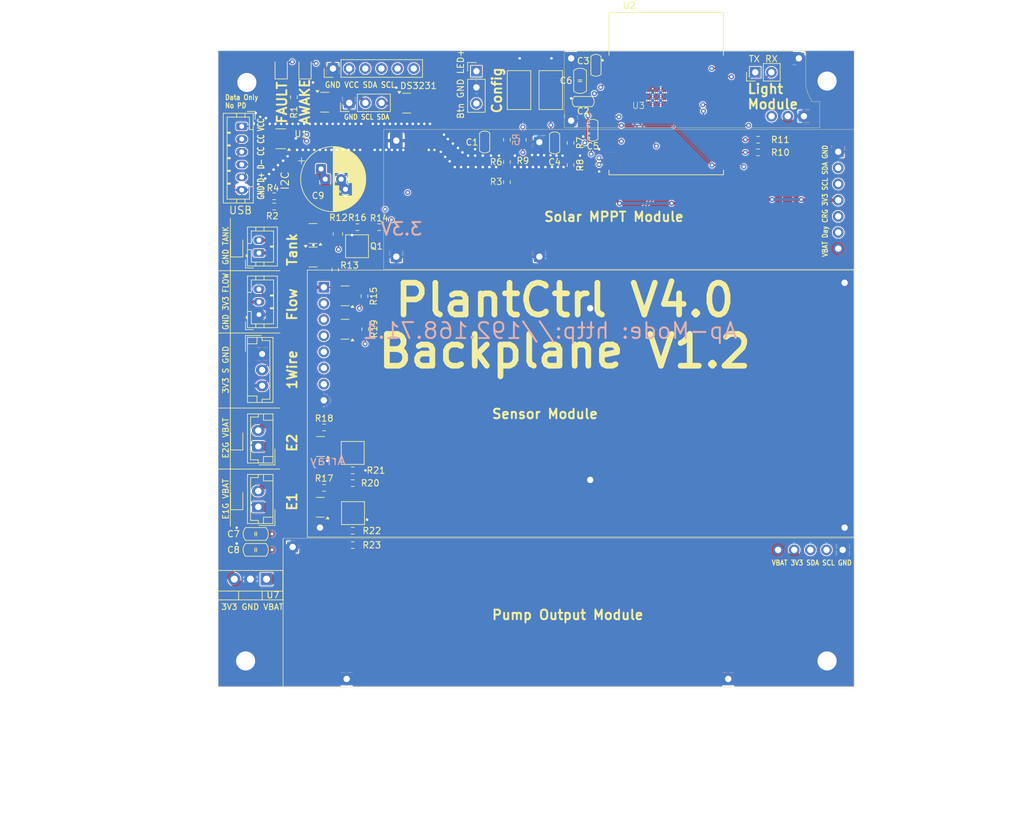
<source format=kicad_pcb>
(kicad_pcb
	(version 20241229)
	(generator "pcbnew")
	(generator_version "9.0")
	(general
		(thickness 1.6)
		(legacy_teardrops no)
	)
	(paper "A4")
	(layers
		(0 "F.Cu" signal)
		(4 "In1.Cu" signal)
		(6 "In2.Cu" signal)
		(2 "B.Cu" signal)
		(9 "F.Adhes" user "F.Adhesive")
		(11 "B.Adhes" user "B.Adhesive")
		(13 "F.Paste" user)
		(15 "B.Paste" user)
		(5 "F.SilkS" user "F.Silkscreen")
		(7 "B.SilkS" user "B.Silkscreen")
		(1 "F.Mask" user)
		(3 "B.Mask" user)
		(17 "Dwgs.User" user "User.Drawings")
		(19 "Cmts.User" user "User.Comments")
		(21 "Eco1.User" user "User.Eco1")
		(23 "Eco2.User" user "User.Eco2")
		(25 "Edge.Cuts" user)
		(27 "Margin" user)
		(31 "F.CrtYd" user "F.Courtyard")
		(29 "B.CrtYd" user "B.Courtyard")
		(35 "F.Fab" user)
		(33 "B.Fab" user)
	)
	(setup
		(stackup
			(layer "F.SilkS"
				(type "Top Silk Screen")
			)
			(layer "F.Paste"
				(type "Top Solder Paste")
			)
			(layer "F.Mask"
				(type "Top Solder Mask")
				(thickness 0.01)
			)
			(layer "F.Cu"
				(type "copper")
				(thickness 0.035)
			)
			(layer "dielectric 1"
				(type "prepreg")
				(thickness 0.1)
				(material "FR4")
				(epsilon_r 4.5)
				(loss_tangent 0.02)
			)
			(layer "In1.Cu"
				(type "copper")
				(thickness 0.035)
			)
			(layer "dielectric 2"
				(type "core")
				(thickness 1.24)
				(material "FR4")
				(epsilon_r 4.5)
				(loss_tangent 0.02)
			)
			(layer "In2.Cu"
				(type "copper")
				(thickness 0.035)
			)
			(layer "dielectric 3"
				(type "prepreg")
				(thickness 0.1)
				(material "FR4")
				(epsilon_r 4.5)
				(loss_tangent 0.02)
			)
			(layer "B.Cu"
				(type "copper")
				(thickness 0.035)
			)
			(layer "B.Mask"
				(type "Bottom Solder Mask")
				(thickness 0.01)
			)
			(layer "B.Paste"
				(type "Bottom Solder Paste")
			)
			(layer "B.SilkS"
				(type "Bottom Silk Screen")
			)
			(copper_finish "HAL lead-free")
			(dielectric_constraints no)
		)
		(pad_to_mask_clearance 0.05)
		(allow_soldermask_bridges_in_footprints no)
		(tenting front back)
		(aux_axis_origin 68.58 26.67)
		(grid_origin 68.58 26.67)
		(pcbplotparams
			(layerselection 0x00000000_00000000_5555555f_ffffffff)
			(plot_on_all_layers_selection 0x00000000_00000000_00000000_00000000)
			(disableapertmacros no)
			(usegerberextensions no)
			(usegerberattributes no)
			(usegerberadvancedattributes no)
			(creategerberjobfile no)
			(dashed_line_dash_ratio 12.000000)
			(dashed_line_gap_ratio 3.000000)
			(svgprecision 4)
			(plotframeref no)
			(mode 1)
			(useauxorigin no)
			(hpglpennumber 1)
			(hpglpenspeed 20)
			(hpglpendiameter 15.000000)
			(pdf_front_fp_property_popups yes)
			(pdf_back_fp_property_popups yes)
			(pdf_metadata yes)
			(pdf_single_document no)
			(dxfpolygonmode yes)
			(dxfimperialunits yes)
			(dxfusepcbnewfont yes)
			(psnegative no)
			(psa4output no)
			(plot_black_and_white yes)
			(sketchpadsonfab no)
			(plotpadnumbers no)
			(hidednponfab no)
			(sketchdnponfab yes)
			(crossoutdnponfab yes)
			(subtractmaskfromsilk no)
			(outputformat 1)
			(mirror no)
			(drillshape 0)
			(scaleselection 1)
			(outputdirectory "gerber/")
		)
	)
	(net 0 "")
	(net 1 "EN")
	(net 2 "VBAT")
	(net 3 "3_3V")
	(net 4 "Temp")
	(net 5 "CAN-")
	(net 6 "TANK_SENSOR")
	(net 7 "Charge")
	(net 8 "Net-(Q1-G)")
	(net 9 "ESP_RX")
	(net 10 "ESP_TX")
	(net 11 "Net-(Boot1-Pad2)")
	(net 12 "SDA")
	(net 13 "SCL")
	(net 14 "Net-(CD1-A)")
	(net 15 "Net-(D2-K)")
	(net 16 "CD_Probe")
	(net 17 "IsDay")
	(net 18 "LED_ENABLE")
	(net 19 "WORKING")
	(net 20 "ENABLE_TANK")
	(net 21 "USB_D-")
	(net 22 "FLOW")
	(net 23 "USB_D+")
	(net 24 "BOOT_SEL")
	(net 25 "WARN_LED")
	(net 26 "SQW")
	(net 27 "32K")
	(net 28 "USB_BUS")
	(net 29 "Net-(R3-Pad1)")
	(net 30 "unconnected-(U1-I{slash}O2-Pad4)")
	(net 31 "unconnected-(U1-I{slash}O1-Pad6)")
	(net 32 "Net-(J4-Pin_1)")
	(net 33 "Net-(D8-K)")
	(net 34 "Net-(D8-A)")
	(net 35 "Net-(D10-K)")
	(net 36 "Net-(D10-A)")
	(net 37 "Net-(J2-Pin_3)")
	(net 38 "Net-(Q2-G)")
	(net 39 "Net-(J2-Pin_2)")
	(net 40 "unconnected-(U2-IO8-Pad10)")
	(net 41 "CAN+")
	(net 42 "unconnected-(U2-NC-Pad22)")
	(net 43 "Net-(Q3-G)")
	(net 44 "EXTRA_1")
	(net 45 "EXTRA_2")
	(net 46 "Net-(CD2-K)")
	(net 47 "CONFIG2")
	(net 48 "GND")
	(footprint "Package_TO_SOT_SMD:SOT-23" (layer "F.Cu") (at 185.7675 101.92 180))
	(footprint "MPPT:MPPT" (layer "F.Cu") (at 232.68 48.3075))
	(footprint "Button_Switch_SMD:SW_SPST_CK_RS282G05A3" (layer "F.Cu") (at 221.98 45.87 -90))
	(footprint "PumpOut:PumpModule" (layer "F.Cu") (at 219.88 111.47))
	(footprint "Connector_JST:JST_EH_B2B-EH-A_1x02_P2.50mm_Vertical" (layer "F.Cu") (at 175.98 111.42 90))
	(footprint "PCM_Capacitor_SMD_Handsoldering_AKL:C_0805_2012Metric_Pad1.18x1.45mm" (layer "F.Cu") (at 175.58 115.67 180))
	(footprint "PCM_Capacitor_SMD_Handsoldering_AKL:C_0603_1608Metric_Pad1.08x0.95mm" (layer "F.Cu") (at 229.08 41.97 -90))
	(footprint "Resistor_SMD:R_0603_1608Metric" (layer "F.Cu") (at 254.58 53.67 180))
	(footprint "PCM_Capacitor_SMD_Handsoldering_AKL:C_0603_1608Metric_Pad1.08x0.95mm" (layer "F.Cu") (at 227.08 47.67))
	(footprint "Button_Switch_SMD:SW_SPST_CK_RS282G05A3" (layer "F.Cu") (at 216.98 45.87 -90))
	(footprint "Resistor_SMD:R_0603_1608Metric" (layer "F.Cu") (at 225.08 54.17 90))
	(footprint "Connector_JST:JST_PH_B3B-PH-K_1x03_P2.00mm_Vertical" (layer "F.Cu") (at 176.08 81.17 90))
	(footprint "Connector_JST:JST_EH_B3B-EH-A_1x03_P2.50mm_Vertical" (layer "F.Cu") (at 176.58 87.37 -90))
	(footprint "Resistor_SMD:R_0603_1608Metric" (layer "F.Cu") (at 191.555 67.42 180))
	(footprint "Resistor_SMD:R_0603_1608Metric" (layer "F.Cu") (at 190.83 115.17))
	(footprint "Package_TO_SOT_SMD:SOT-23" (layer "F.Cu") (at 189.63 78.22 180))
	(footprint "LED_SMD:LED_0805_2012Metric" (layer "F.Cu") (at 179.58 42.42 90))
	(footprint "Package_TO_SOT_SMD:SOT-23" (layer "F.Cu") (at 184.5925 68.42 180))
	(footprint "Resistor_SMD:R_0603_1608Metric" (layer "F.Cu") (at 217.58 53.67 -90))
	(footprint "Connector_PinHeader_2.54mm:PinHeader_1x06_P2.54mm_Vertical" (layer "F.Cu") (at 187.72 42.47 90))
	(footprint "LED_SMD:LED_0805_2012Metric" (layer "F.Cu") (at 172.58 110.17 90))
	(footprint "Resistor_SMD:R_0603_1608Metric" (layer "F.Cu") (at 178.48 64.17))
	(footprint "Package_TO_SOT_SMD:SOT-23-6" (layer "F.Cu") (at 179.5175 53.52 180))
	(footprint "Package_TO_SOT_SMD:SOT-23" (layer "F.Cu") (at 189.63 83.47 180))
	(footprint "PCM_Capacitor_SMD_Handsoldering_AKL:C_0805_2012Metric_Pad1.18x1.45mm" (layer "F.Cu") (at 175.58 118.17 180))
	(footprint "Resistor_SMD:R_0603_1608Metric" (layer "F.Cu") (at 215.08 60.345 -90))
	(footprint "Resistor_SMD:R_0603_1608Metric" (layer "F.Cu") (at 194.98 67.42))
	(footprint "PCM_Capacitor_SMD_Handsoldering_AKL:C_0603_1608Metric_Pad1.08x0.95mm" (layer "F.Cu") (at 211.58 54.0325 90))
	(footprint "Package_TO_SOT_SMD:SOT-23" (layer "F.Cu") (at 199.3175 47.92))
	(footprint "Capacitor_THT:CP_Radial_D10.0mm_P2.50mm_P5.00mm"
		(layer "F.Cu")
		(uuid "5788df9f-c91a-4f2f-8dbd-50d2ee8e1389")
		(at 186.509063 59.87)
		(descr "CP, Radial series, Radial, pin pitch=2.50mm 5.00mm, diameter=10mm, height=12mm, Electrolytic Capacitor")
		(tags "CP Radial series Radial pin pitch 2.50mm 5.00mm diameter 10mm height 12mm Electrolytic Capacitor")
		(property "Reference" "C9"
			(at -1.129063 2.6 0)
			(layer "F.SilkS")
			(uuid "d80d09d5-31e8-424b-86b6-1d42df47e3dd")
			(effects
				(font
					(size 1 1)
					(thickness 0.15)
				)
			)
		)
		(property "Value" "1000uF"
			(at 1.25 6.25 0)
			(layer "F.Fab")
			(uuid "70a175ba-ec71-450b-9a5a-91d206b8d5a6")
			(effects
				(font
					(size 1 1)
					(thickness 0.15)
				)
			)
		)
		(property "Datasheet" "~"
			(at 0 0 0)
			(layer "F.Fab")
			(hide yes)
			(uuid "abdac494-626e-4c59-bcd1-6423def8dddf")
			(effects
				(font
					(size 1.27 1.27)
					(thickness 0.15)
				)
			)
		)
		(property "Description" "Polarized capacitor"
			(at 0 0 0)
			(layer "F.Fab")
			(hide yes)
			(uuid "2403c29e-250c-4bf0-ac75-9a7df71bf331")
			(effects
				(font
					(size 1.27 1.27)
					(thickness 0.15)
				)
			)
		)
		(property ki_fp_filters "CP_*")
		(path "/51332e26-7a0c-48f2-9dc3-7987b9affed0")
		(sheetname "/")
		(sheetfile "PlantCtrlESP32.kicad_sch")
		(attr through_hole)
		(fp_line
			(start -4.229646 -2.875)
			(end -3.229646 -2.875)
			(stroke
				(width 0.12)
				(type solid)
			)
			(layer "F.SilkS")
			(uuid "89904ee2-4d83-4e54-a3c8-c26ee98bf1f9")
		)
		(fp_line
			(start -3.729646 -3.375)
			(end -3.729646 -2.375)
			(stroke
				(width 0.12)
				(type solid)
			)
			(layer "F.SilkS")
			(uuid "1b569b13-eee5-4a34-b784-7e05ed56ccd4")
		)
		(fp_line
			(start 1.25 -5.08)
			(end 1.25 5.08)
			(stroke
				(width 0.12)
				(type solid)
			)
			(layer "F.SilkS")
			(uuid "05314426-9e91-40ef-aa21-896d65621bd7")
		)
		(fp_line
			(start 1.29 -5.08)
			(end 1.29 5.08)
			(stroke
				(width 0.12)
				(type solid)
			)
			(layer "F.SilkS")
			(uuid "0490155d-3a81-4e7a-a412-017cb9c7094d")
		)
		(fp_line
			(start 1.33 -5.079)
			(end 1.33 5.079)
			(stroke
				(width 0.12)
				(type solid)
			)
			(layer "F.SilkS")
			(uuid "f3367b71-175b-4675-b5c8-0006ad21e2ce")
		)
		(fp_line
			(start 1.37 -5.079)
			(end 1.37 5.079)
			(stroke
				(width 0.12)
				(type solid)
			)
			(layer "F.SilkS")
			(uuid "15388988-bb8c-4a7d-9a27-5e345d075b23")
		)
		(fp_line
			(start 1.41 -5.077)
			(end 1.41 5.077)
			(stroke
				(width 0.12)
				(type solid)
			)
			(layer "F.SilkS")
			(uuid "25fdd878-44c9-413c-8a14-d6bac1aa6c20")
		)
		(fp_line
			(start 1.45 -5.076)
			(end 1.45 5.076)
			(stroke
				(width 0.12)
				(type solid)
			)
			(layer "F.SilkS")
			(uuid "552b9aeb-ca3d-4c06-b359-5e628beadabc")
		)
		(fp_line
			(start 1.49 -5.074)
			(end 1.49 -1.04)
			(stroke
				(width 0.12)
				(type solid)
			)
			(layer "F.SilkS")
			(uuid "deb56c4a-1ecd-4019-a002-594f08ebd1d9")
		)
		(fp_line
			(start 1.49 1.04)
			(end 1.49 5.074)
			(stroke
				(width 0.12)
				(type solid)
			)
			(layer "F.SilkS")
			(uuid "ab811579-af15-4cd2-9f25-60a2d0a317ff")
		)
		(fp_line
			(start 1.53 -5.072)
			(end 1.53 -1.04)
			(stroke
				(width 0.12)
				(type solid)
			)
			(layer "F.SilkS")
			(uuid "0f8d9563-d363-4328-a036-d2312e3181c6")
		)
		(fp_line
			(start 1.53 1.04)
			(end 1.53 5.072)
			(stroke
				(width 0.12)
				(type solid)
			)
			(layer "F.SilkS")
			(uuid "f2f689c2-9cc7-46b9-8083-4eaa322fc907")
		)
		(fp_line
			(start 1.57 -5.07)
			(end 1.57 -1.04)
			(stroke
				(width 0.12)
				(type solid)
			)
			(layer "F.SilkS")
			(uuid "71dccc16-d431-47ad-820c-5a62cf3d0c41")
		)
		(fp_line
			(start 1.57 1.04)
			(end 1.57 5.07)
			(stroke
				(width 0.12)
				(type solid)
			)
			(layer "F.SilkS")
			(uuid "b03a05ae-260b-4033-8632-d5549ee4dbe7")
		)
		(fp_line
			(start 1.61 -5.067)
			(end 1.61 -1.04)
			(stroke
				(width 0.12)
				(type solid)
			)
			(layer "F.SilkS")
			(uuid "ef879969-314c-4c7e-9574-0fad767d4d31")
		)
		(fp_line
			(start 1.61 1.04)
			(end 1.61 5.067)
			(stroke
				(width 0.12)
				(type solid)
			)
			(layer "F.SilkS")
			(uuid "9280b2ee-f2f6-4b45-bc8c-6f08c8ba3528")
		)
		(fp_line
			(start 1.65 -5.064)
			(end 1.65 -1.04)
			(stroke
				(width 0.12)
				(type solid)
			)
			(layer "F.SilkS")
			(uuid "76acfc1c-8fe5-4392-975c-70b4f4164a63")
		)
		(fp_line
			(start 1.65 1.04)
			(end 1.65 5.064)
			(stroke
				(width 0.12)
				(type solid)
			)
			(layer "F.SilkS")
			(uuid "589d9ac1-1773-493c-9ae1-7bc72cf91001")
		)
		(fp_line
			(start 1.69 -5.061)
			(end 1.69 -1.04)
			(stroke
				(width 0.12)
				(type solid)
			)
			(layer "F.SilkS")
			(uuid "6f43440a-25f2-46f7-a6ce-6a19ee97afd2")
		)
		(fp_line
			(start 1.69 1.04)
			(end 1.69 5.061)
			(stroke
				(width 0.12)
				(type solid)
			)
			(layer "F.SilkS")
			(uuid "4c22828d-6172-47bc-a2c6-1a63105667ed")
		)
		(fp_line
			(start 1.73 -5.057)
			(end 1.73 -1.04)
			(stroke
				(width 0.12)
				(type solid)
			)
			(layer "F.SilkS")
			(uuid "73b97273-51d2-46e0-bd6b-f9d6fa3bf7a4")
		)
		(fp_line
			(start 1.73 1.04)
			(end 1.73 5.057)
			(stroke
				(width 0.12)
				(type solid)
			)
			(layer "F.SilkS")
			(uuid "517bddd7-e407-4ed8-95c1-67242233ffec")
		)
		(fp_line
			(start 1.77 -5.054)
			(end 1.77 -1.04)
			(stroke
				(width 0.12)
				(type solid)
			)
			(layer "F.SilkS")
			(uuid "2c714d55-eea2-4fb2-9d1e-60fb8f24a6c4")
		)
		(fp_line
			(start 1.77 1.04)
			(end 1.77 5.054)
			(stroke
				(width 0.12)
				(type solid)
			)
			(layer "F.SilkS")
			(uuid "c6272eab-de29-4e84-bd4a-b33ba44be5da")
		)
		(fp_line
			(start 1.81 -5.049)
			(end 1.81 -1.04)
			(stroke
				(width 0.12)
				(type solid)
			)
			(layer "F.SilkS")
			(uuid "27e08f13-7a08-4866-a2a4-4d244276df34")
		)
		(fp_line
			(start 1.81 1.04)
			(end 1.81 5.049)
			(stroke
				(width 0.12)
				(type solid)
			)
			(layer "F.SilkS")
			(uuid "3dd14f20-0cbe-456a-a52b-f4d759537a98")
		)
		(fp_line
			(start 1.85 -5.045)
			(end 1.85 -1.04)
			(stroke
				(width 0.12)
				(type solid)
			)
			(layer "F.SilkS")
			(uuid "4554e845-7861-4d44-9b4e-65f744eb9ed4")
		)
		(fp_line
			(start 1.85 1.04)
			(end 1.85 5.045)
			(stroke
				(width 0.12)
				(type solid)
			)
			(layer "F.SilkS")
			(uuid "a9838921-2a07-4d39-9523-373f9895fe02")
		)
		(fp_line
			(start 1.89 -5.04)
			(end 1.89 -1.04)
			(stroke
				(width 0.12)
				(type solid)
			)
			(layer "F.SilkS")
			(uuid "9dd7c8f8-a793-4526-afe2-f7a750e4c50f")
		)
		(fp_line
			(start 1.89 1.04)
			(end 1.89 5.04)
			(stroke
				(width 0.12)
				(type solid)
			)
			(layer "F.SilkS")
			(uuid "2c511a83-25fd-4f6c-95f9-6e26f059e857")
		)
		(fp_line
			(start 1.93 -5.035)
			(end 1.93 -1.04)
			(stroke
				(width 0.12)
				(type solid)
			)
			(layer "F.SilkS")
			(uuid "2252ebe1-2f4d-4ea6-812e-0371f7e16ba8")
		)
		(fp_line
			(start 1.93 1.04)
			(end 1.93 5.035)
			(stroke
				(width 0.12)
				(type solid)
			)
			(layer "F.SilkS")
			(uuid "80c2c4e6-20d7-4ab9-8120-61e5c409e7c8")
		)
		(fp_line
			(start 1.97 -5.029)
			(end 1.97 -1.04)
			(stroke
				(width 0.12)
				(type solid)
			)
			(layer "F.SilkS")
			(uuid "5d92da4a-3dfb-4866-89d4-9a811f0148d4")
		)
		(fp_line
			(start 1.97 1.04)
			(end 1.97 5.029)
			(stroke
				(width 0.12)
				(type solid)
			)
			(layer "F.SilkS")
			(uuid "5b821102-a4ea-4b1a-91cb-58e3646ba081")
		)
		(fp_line
			(start 2.01 -5.023)
			(end 2.01 -1.04)
			(stroke
				(width 0.12)
				(type solid)
			)
			(layer "F.SilkS")
			(uuid "39e18b03-c8f8-4fc1-a958-546937b8e4ee")
		)
		(fp_line
			(start 2.01 1.04)
			(end 2.01 5.023)
			(stroke
				(width 0.12)
				(type solid)
			)
			(layer "F.SilkS")
			(uuid "35810396-506e-4501-a98d-184f71176d4e")
		)
		(fp_line
			(start 2.05 -5.017)
			(end 2.05 -1.04)
			(stroke
				(width 0.12)
				(type solid)
			)
			(layer "F.SilkS")
			(uuid "4f359438-eac5-4b07-bbf8-57711e85cd0c")
		)
		(fp_line
			(start 2.05 1.04)
			(end 2.05 5.017)
			(stroke
				(width 0.12)
				(type solid)
			)
			(layer "F.SilkS")
			(uuid "72abd212-da13-4800-8329-8320a511405a")
		)
		(fp_line
			(start 2.09 -5.011)
			(end 2.09 -1.04)
			(stroke
				(width 0.12)
				(type solid)
			)
			(layer "F.SilkS")
			(uuid "d298eb84-c624-4af2-9fe4-0f7ff1bea8aa")
		)
		(fp_line
			(start 2.09 1.04)
			(end 2.09 5.011)
			(stroke
				(width 0.12)
				(type solid)
			)
			(layer "F.SilkS")
			(uuid "40a0c069-00d5-4499-a9ab-bf75bfef5d2f")
		)
		(fp_line
			(start 2.13 -5.004)
			(end 2.13 -1.04)
			(stroke
				(width 0.12)
				(type solid)
			)
			(layer "F.SilkS")
			(uuid "5d549631-831f-4ae9-9418-aff0851f2ba8")
		)
		(fp_line
			(start 2.13 1.04)
			(end 2.13 5.004)
			(stroke
				(width 0.12)
				(type solid)
			)
			(layer "F.SilkS")
			(uuid "2e618a78-5abf-480b-8716-82309077233f")
		)
		(fp_line
			(start 2.17 -4.997)
			(end 2.17 -1.04)
			(stroke
				(width 0.12)
				(type solid)
			)
			(layer "F.SilkS")
			(uuid "b39aee31-7a99-4c78-a57a-2984c89dfaf4")
		)
		(fp_line
			(start 2.17 2.64)
			(end 2.17 4.997)
			(stroke
				(width 0.12)
				(type solid)
			)
			(layer "F.SilkS")
			(uuid "112f0feb-0b5f-41c7-b9fb-4fe1b1fe3dd5")
		)
		(fp_line
			(start 2.21 -4.989)
			(end 2.21 -1.04)
			(stroke
				(width 0.12)
				(type solid)
			)
			(layer "F.SilkS")
			(uuid "6298de2c-9bdc-469f-857e-02f590cdebc5")
		)
		(fp_line
			(start 2.21 2.64)
			(end 2.21 4.989)
			(stroke
				(width 0.12)
				(type solid)
			)
			(layer "F.SilkS")
			(uuid "507e49f2-4380-4404-8fba-01f873e4e076")
		)
		(fp_line
			(start 2.25 -4.981)
			(end 2.25 -1.04)
			(stroke
				(width 0.12)
				(type solid)
			)
			(layer "F.SilkS")
			(uuid "e7a6a0bf-bf63-4da7-bc29-49390b32a95d")
		)
		(fp_line
			(start 2.25 2.64)
			(end 2.25 4.981)
			(stroke
				(width 0.12)
				(type solid)
			)
			(layer "F.SilkS")
			(uuid "9d721208-8a97-43a5-9e0a-cd40848c66aa")
		)
		(fp_line
			(start 2.29 -4.973)
			(end 2.29 -1.04)
			(stroke
				(width 0.12)
				(type solid)
			)
			(layer "F.SilkS")
			(uuid "41643ab7-9abd-4048-9c20-94aad8119ef7")
		)
		(fp_line
			(start 2.29 2.64)
			(end 2.29 4.973)
			(stroke
				(width 0.12)
				(type solid)
			)
			(layer "F.SilkS")
			(uuid "cab08392-b14d-4a67-bb2f-0db327788b5c")
		)
		(fp_line
			(start 2.33 -4.965)
			(end 2.33 -1.04)
			(stroke
				(width 0.12)
				(type solid)
			)
			(layer "F.SilkS")
			(uuid "47d9e55a-3530-42db-83f5-2f5249a925af")
		)
		(fp_line
			(start 2.33 2.64)
			(end 2.33 4.965)
			(stroke
				(width 0.12)
				(type solid)
			)
			(layer "F.SilkS")
			(uuid "a92333a6-9897-4bc9-afa1-892b0f96b655")
		)
		(fp_line
			(start 2.37 -4.956)
			(end 2.37 -1.04)
			(stroke
				(width 0.12)
				(type solid)
			)
			(layer "F.SilkS")
			(uuid "294d8166-f794-4b68-a140-e3cdea79cf98")
		)
		(fp_line
			(start 2.37 2.64)
			(end 2.37 4.956)
			(stroke
				(width 0.12)
				(type solid)
			)
			(layer "F.SilkS")
			(uuid "22e5da1d-b747-482a-be47-72dc799a117a")
		)
		(fp_line
			(start 2.41 -4.947)
			(end 2.41 -1.04)
			(stroke
				(width 0.12)
				(type solid)
			)
			(layer "F.SilkS")
			(uuid "eaabfe93-733d-4ee0-b6a6-0472df341632")
		)
		(fp_line
			(start 2.41 2.64)
			(end 2.41 4.947)
			(stroke
				(width 0.12)
				(type solid)
			)
			(layer "F.SilkS")
			(uuid "6d9fd96f-12eb-4fee-bdf6-d5332a987b48")
		)
		(fp_line
			(start 2.45 -4.937)
			(end 2.45 -1.04)
			(stroke
				(width 0.12)
				(type solid)
			)
			(layer "F.SilkS")
			(uuid "f233a33c-1e1f-48e6-8465-a14d108ac0c9")
		)
		(fp_line
			(start 2.45 2.64)
			(end 2.45 4.937)
			(stroke
				(width 0.12)
				(type solid)
			)
			(layer "F.SilkS")
			(uuid "805f571e-c2b5-4268-8804-8f2166042718")
		)
		(fp_line
			(start 2.49 -4.928)
			(end 2.49 -1.04)
			(stroke
				(width 0.12)
				(type solid)
			)
			(layer "F.SilkS")
			(uuid "78a72c45-2f34-4235-b327-3c0b13895294")
		)
		(fp_line
			(start 2.49 2.64)
			(end 2.49 4.928)
			(stroke
				(width 0.12)
				(type solid)
			)
			(layer "F.SilkS")
			(uuid "faa315af-15cf-47be-96c8-84980f0f1532")
		)
		(fp_line
			(start 2.53 -4.917)
			(end 2.53 -1.04)
			(stroke
				(width 0.12)
				(type solid)
			)
			(layer "F.SilkS")
			(uuid "3b1f0637-50d9-44c9-9c89-6578e19d2d8e")
		)
		(fp_line
			(start 2.53 2.64)
			(end 2.53 4.917)
			(stroke
				(width 0.12)
				(type solid)
			)
			(layer "F.SilkS")
			(uuid "a78b053d-ee57-429a-b41b-f7fcee100961")
		)
		(fp_line
			(start 2.57 -4.907)
			(end 2.57 -1.04)
			(stroke
				(width 0.12)
				(type solid)
			)
			(layer "F.SilkS")
			(uuid "816e420c-c886-4f42-a8fd-56dddfb966c4")
		)
		(fp_line
			(start 2.57 2.64)
			(end 2.57 4.907)
			(stroke
				(width 0.12)
				(type solid)
			)
			(layer "F.SilkS")
			(uuid "678f6597-34c5-443c-b68a-0b6c423f8118")
		)
		(fp_line
			(start 2.61 -4.896)
			(end 2.61 -1.04)
			(stroke
				(width 0.12)
				(type solid)
			)
			(layer "F.SilkS")
			(uuid "05ad117d-0aa1-44c1-b953-d72fce029eba")
		)
		(fp_line
			(start 2.61 2.64)
			(end 2.61 4.896)
			(stroke
				(width 0.12)
				(type solid)
			)
			(layer "F.SilkS")
			(uuid "a50a435d-cd51-4fc1-9888-3b07581e64e7")
		)
		(fp_line

... [4185277 chars truncated]
</source>
